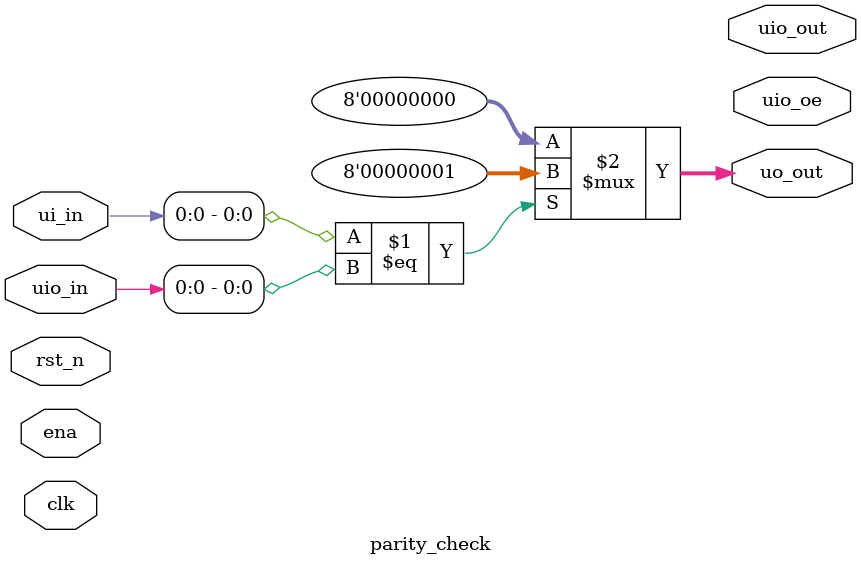
<source format=v>
`default_nettype none
`timescale 1ns / 1ps

module parity_check (
    input wire [7:0] ui_in,  
    input wire [7:0] uio_in, 
    input wire clk,       
    input wire ena,   
    input wire rst_n,      
    output wire [7:0] uo_out,
    output wire [7:0] uio_out,  
    output wire [7:0] uio_oe    
);

    assign uo_out = (ui_in[0] == uio_in[0]) ? 8'b00000001 : 8'b00000000;

endmodule
</source>
